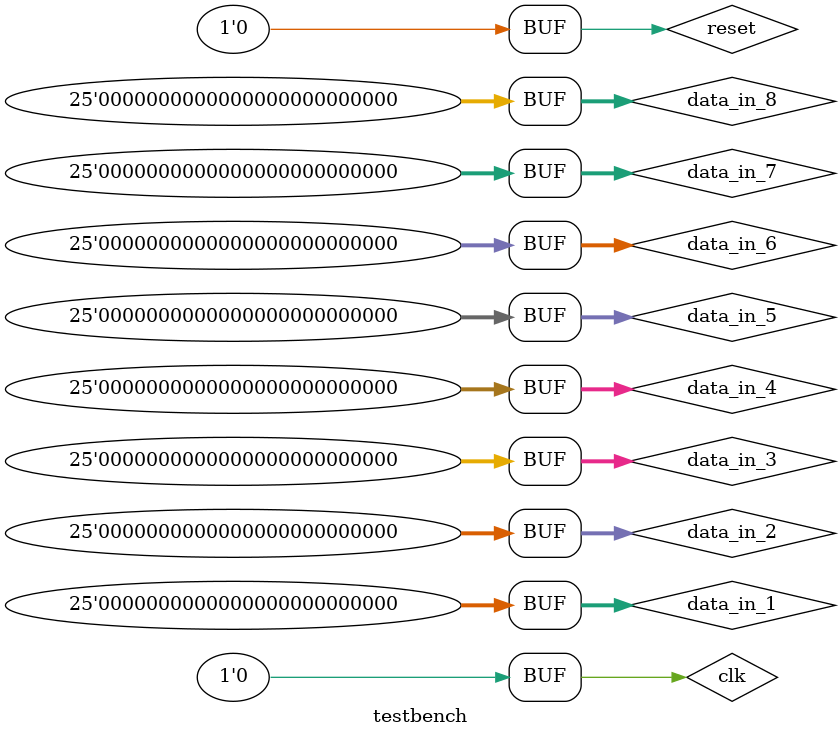
<source format=v>



module testbench;

reg clk;
reg reset;

reg signed [24:0] data_in_1;
reg signed [24:0] data_in_2;
reg signed [24:0] data_in_3;
reg signed [24:0] data_in_4;
reg signed [24:0] data_in_5;
reg signed [24:0] data_in_6;
reg signed [24:0] data_in_7;
reg signed [24:0] data_in_8;


wire signed [24:0] data_out_1;
wire signed [24:0] data_out_2;
wire signed [24:0] data_out_3;
wire signed [24:0] data_out_4;
wire signed [24:0] data_out_5;
wire signed [24:0] data_out_6;
wire signed [24:0] data_out_7;
wire signed [24:0] data_out_8;

IDCT8_whole IDCT(.data_in_1(data_in_1),
               .data_in_2(data_in_2),
               .data_in_3(data_in_3),
               .data_in_4(data_in_4),
               .data_in_5(data_in_5), 
               .data_in_6(data_in_6), 
               .data_in_7(data_in_7), 
               .data_in_8(data_in_8),
               .reset(reset),
               .clk(clk),
               .data_out_1(data_out_1),
               .data_out_2(data_out_2),
               .data_out_3(data_out_3),
               .data_out_4(data_out_4),
               .data_out_5(data_out_5),
                .data_out_6(data_out_6), 
                .data_out_7(data_out_7), 
                .data_out_8(data_out_8));
initial begin


 begin
  reset = 1;
 end


 #20 begin
  clk = 0;
  reset = 0;
  end


 #19 begin
     clk = ~clk;
  end
 #1 begin
     data_in_1 = -8976;
     data_in_2 = 0;
     data_in_3 = 0;
     data_in_4 = 0;
     data_in_5 = 0;
     data_in_6 = 0;
     data_in_7 = 0;
     data_in_8 = 0;
  end
 #19 begin
	 clk = ~clk;
	 end

   #20 begin
     clk = ~clk;
  end
 #1 begin
     data_in_1 = 408;
     data_in_2 = -816;
     data_in_3 = 0;
     data_in_4 = 0;
     data_in_5 = 0;
     data_in_6 = 0;
     data_in_7 = 0;
     data_in_8 = 0;
  end

 #19 begin
   clk = ~clk;
   end
   #20 begin
     clk = ~clk;
  end
 #1 begin
     data_in_1 = 408;
     data_in_2 = 0;
     data_in_3 = 0;
     data_in_4 = 0;
     data_in_5 = 0;
     data_in_6 = 0;
     data_in_7 = 0;
     data_in_8 = 0;
  end
 #19 begin
   clk = ~clk;
   end

   #20 begin
     clk = ~clk;
  end
 #1 begin
     data_in_1 = 408;
     data_in_2 = 0;
     data_in_3 = 0;
     data_in_4 = 0;
     data_in_5 = 0;
     data_in_6 = 0;
     data_in_7 = 0;
     data_in_8 = 0;
  end
 #19 begin
   clk = ~clk;
   end

   #20 begin
     clk = ~clk;
  end
 #1 begin
     data_in_1 = 0;
     data_in_2 = 0;
     data_in_3 = 0;
     data_in_4 = 0;
     data_in_5 = 0;
     data_in_6 = 0;
     data_in_7 = 0;
     data_in_8 = 0;
  end
 #19 begin
   clk = ~clk;
   end

   #20 begin
     clk = ~clk;
  end
 #1 begin
     data_in_1 = 0;
     data_in_2 = 0;
     data_in_3 = 0;
     data_in_4 = 0;
     data_in_5 = 0;
     data_in_6 = 0;
     data_in_7 = 0;
     data_in_8 = 0;
  end
 #19 begin
   clk = ~clk;
   end

   #20 begin
     clk = ~clk;
  end
 #1 begin
     data_in_1 = 0;
     data_in_2 = 0;
     data_in_3 = 0;
     data_in_4 = 0;
     data_in_5 = 0;
     data_in_6 = 0;
     data_in_7 = 0;
     data_in_8 = 0;
  end
 #19 begin
   clk = ~clk;
   end

   #20 begin
     clk = ~clk;
  end
 #1 begin
     data_in_1 = 0;
     data_in_2 = 0;
     data_in_3 = 0;
     data_in_4 = 0;
     data_in_5 = 0;
     data_in_6 = 0;
     data_in_7 = 0;
     data_in_8 = 0;
  end
 #19 begin
   clk = ~clk;
   end

   #20 begin
     clk = ~clk;
  end
 #1 begin
     data_in_1 = 0;
     data_in_2 = 0;
     data_in_3 = 0;
     data_in_4 = 0;
     data_in_5 = 0;
     data_in_6 = 0;
     data_in_7 = 0;
     data_in_8 = 0;
  end
 #19 begin
   clk = ~clk;
   end

   #20 begin
     clk = ~clk;
  end
 #1 begin
     data_in_1 = 0;
     data_in_2 = 0;
     data_in_3 = 0;
     data_in_4 = 0;
     data_in_5 = 0;
     data_in_6 = 0;
     data_in_7 = 0;
     data_in_8 = 0;
  end
 #19 begin
   clk = ~clk;
   end

   #20 begin
     clk = ~clk;
  end
 #1 begin
     data_in_1 = 0;
     data_in_2 = 0;
     data_in_3 = 0;
     data_in_4 = 0;
     data_in_5 = 0;
     data_in_6 = 0;
     data_in_7 = 0;
     data_in_8 = 0;
  end
 #19 begin
   clk = ~clk;
   end

   #20 begin
     clk = ~clk;
  end
 #1 begin
     data_in_1 = 0;
     data_in_2 = 0;
     data_in_3 = 0;
     data_in_4 = 0;
     data_in_5 = 0;
     data_in_6 = 0;
     data_in_7 = 0;
     data_in_8 = 0;
  end
 #19 begin
   clk = ~clk;
   end

  #20 begin
     clk = ~clk;
  end
 #1 begin
     data_in_1 = 0;
     data_in_2 = 0;
     data_in_3 = 0;
     data_in_4 = 0;
     data_in_5 = 0;
     data_in_6 = 0;
     data_in_7 = 0;
     data_in_8 = 0;
  end
 #19 begin
   clk = ~clk;
   end

     #20 begin
     clk = ~clk;
  end
 #1 begin
     data_in_1 = 0;
     data_in_2 = 0;
     data_in_3 = 0;
     data_in_4 = 0;
     data_in_5 = 0;
     data_in_6 = 0;
     data_in_7 = 0;
     data_in_8 = 0;
  end
 #19 begin
   clk = ~clk;
   end

     #20 begin
     clk = ~clk;
  end
 #1 begin
     data_in_1 = 0;
     data_in_2 = 0;
     data_in_3 = 0;
     data_in_4 = 0;
     data_in_5 = 0;
     data_in_6 = 0;
     data_in_7 = 0;
     data_in_8 = 0;
  end
 #19 begin
   clk = ~clk;
   end

     #20 begin
     clk = ~clk;
  end
 #1 begin
     data_in_1 = 0;
     data_in_2 = 0;
     data_in_3 = 0;
     data_in_4 = 0;
     data_in_5 = 0;
     data_in_6 = 0;
     data_in_7 = 0;
     data_in_8 = 0;
  end
 #19 begin
   clk = ~clk;
   end


     #20 begin
     clk = ~clk;
  end
 #1 begin
     data_in_1 = 0;
     data_in_2 = 0;
     data_in_3 = 0;
     data_in_4 = 0;
     data_in_5 = 0;
     data_in_6 = 0;
     data_in_7 = 0;
     data_in_8 = 0;
  end
 #19 begin
   clk = ~clk;
   end

        #20 begin
     clk = ~clk;
  end
 #1 begin
     data_in_1 = 0;
     data_in_2 = 0;
     data_in_3 = 0;
     data_in_4 = 0;
     data_in_5 = 0;
     data_in_6 = 0;
     data_in_7 = 0;
     data_in_8 = 0;
  end
 #19 begin
   clk = ~clk;
   end

        #20 begin
     clk = ~clk;
  end
 #1 begin
     data_in_1 = 0;
     data_in_2 = 0;
     data_in_3 = 0;
     data_in_4 = 0;
     data_in_5 = 0;
     data_in_6 = 0;
     data_in_7 = 0;
     data_in_8 = 0;
  end
 #19 begin
   clk = ~clk;
   end

        #20 begin
     clk = ~clk;
  end
 #1 begin
     data_in_1 = 0;
     data_in_2 = 0;
     data_in_3 = 0;
     data_in_4 = 0;
     data_in_5 = 0;
     data_in_6 = 0;
     data_in_7 = 0;
     data_in_8 = 0;
  end
 #19 begin
   clk = ~clk;
   end

        #20 begin
     clk = ~clk;
  end
 #1 begin
     data_in_1 = 0;
     data_in_2 = 0;
     data_in_3 = 0;
     data_in_4 = 0;
     data_in_5 = 0;
     data_in_6 = 0;
     data_in_7 = 0;
     data_in_8 = 0;
  end
 #19 begin
   clk = ~clk;
   end

        #20 begin
     clk = ~clk;
  end
 #1 begin
     data_in_1 = 0;
     data_in_2 = 0;
     data_in_3 = 0;
     data_in_4 = 0;
     data_in_5 = 0;
     data_in_6 = 0;
     data_in_7 = 0;
     data_in_8 = 0;
  end
 #19 begin
   clk = ~clk;
   end

        #20 begin
     clk = ~clk;
  end
 #1 begin
     data_in_1 = 0;
     data_in_2 = 0;
     data_in_3 = 0;
     data_in_4 = 0;
     data_in_5 = 0;
     data_in_6 = 0;
     data_in_7 = 0;
     data_in_8 = 0;
  end
 #19 begin
   clk = ~clk;
   end

        #20 begin
     clk = ~clk;
  end
 #1 begin
     data_in_1 = 0;
     data_in_2 = 0;
     data_in_3 = 0;
     data_in_4 = 0;
     data_in_5 = 0;
     data_in_6 = 0;
     data_in_7 = 0;
     data_in_8 = 0;
  end
 #19 begin
   clk = ~clk;
   end

        #20 begin
     clk = ~clk;
  end
 #1 begin
     data_in_1 = 0;
     data_in_2 = 0;
     data_in_3 = 0;
     data_in_4 = 0;
     data_in_5 = 0;
     data_in_6 = 0;
     data_in_7 = 0;
     data_in_8 = 0;
  end
 #19 begin
   clk = ~clk;
   end

        #20 begin
     clk = ~clk;
  end
 #1 begin
     data_in_1 = 0;
     data_in_2 = 0;
     data_in_3 = 0;
     data_in_4 = 0;
     data_in_5 = 0;
     data_in_6 = 0;
     data_in_7 = 0;
     data_in_8 = 0;
  end
 #19 begin
   clk = ~clk;
   end

        #20 begin
     clk = ~clk;
  end
 #1 begin
     data_in_1 = 0;
     data_in_2 = 0;
     data_in_3 = 0;
     data_in_4 = 0;
     data_in_5 = 0;
     data_in_6 = 0;
     data_in_7 = 0;
     data_in_8 = 0;
  end
 #19 begin
   clk = ~clk;
   end

        #20 begin
     clk = ~clk;
  end
 #1 begin
     data_in_1 = 0;
     data_in_2 = 0;
     data_in_3 = 0;
     data_in_4 = 0;
     data_in_5 = 0;
     data_in_6 = 0;
     data_in_7 = 0;
     data_in_8 = 0;
  end
 #19 begin
   clk = ~clk;
   end

        #20 begin
     clk = ~clk;
  end
 #1 begin
     data_in_1 = 0;
     data_in_2 = 0;
     data_in_3 = 0;
     data_in_4 = 0;
     data_in_5 = 0;
     data_in_6 = 0;
     data_in_7 = 0;
     data_in_8 = 0;
  end
 #19 begin
   clk = ~clk;
   end

end

endmodule

</source>
